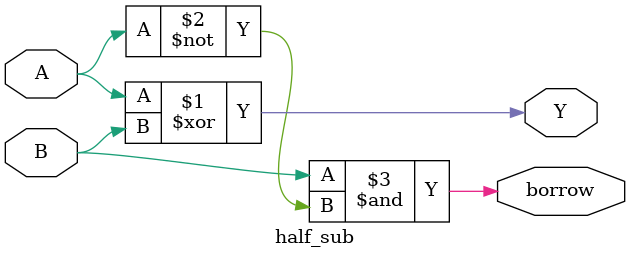
<source format=v>
module half_sub(
    input A, B,
    output Y, borrow
);

assign Y = A ^ B;
assign borrow = B & ~A;

endmodule
</source>
